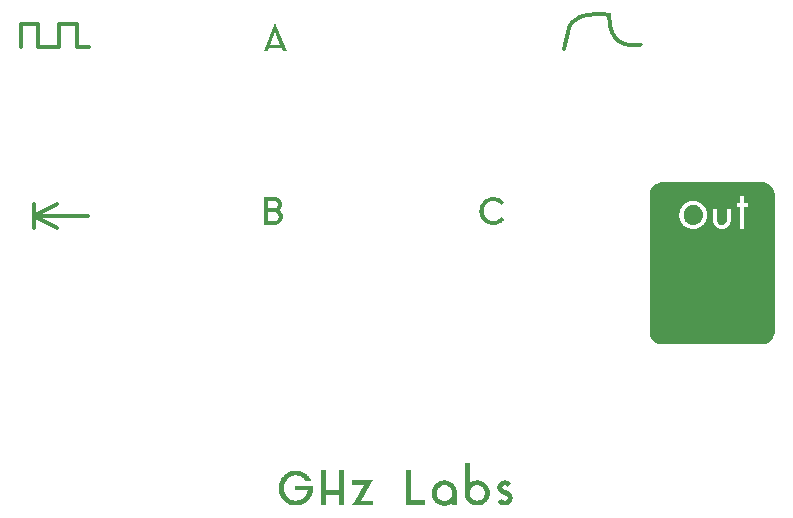
<source format=gto>
G04 Layer_Color=65535*
%FSAX44Y44*%
%MOMM*%
G71*
G01*
G75*
%ADD10C,0.3000*%
G36*
X01315702Y00907549D02*
X01311406D01*
Y00912772D01*
Y00916678D01*
X01299885D01*
Y00912772D01*
Y00907549D01*
X01295589D01*
Y00937035D01*
X01299885D01*
Y00931909D01*
Y00924342D01*
Y00920535D01*
Y00920486D01*
X01311406D01*
Y00920535D01*
Y00924342D01*
Y00931909D01*
Y00937035D01*
X01315702D01*
Y00907549D01*
D02*
G37*
G36*
X01256987Y01168580D02*
X01257299Y01168541D01*
X01257689Y01168502D01*
X01258080Y01168424D01*
X01258509Y01168268D01*
X01258939Y01168112D01*
X01258978Y01168073D01*
X01259134Y01168034D01*
X01259368Y01167916D01*
X01259641Y01167760D01*
X01259954Y01167565D01*
X01260305Y01167292D01*
X01260617Y01167018D01*
X01260969Y01166706D01*
X01261008Y01166667D01*
X01261125Y01166550D01*
X01261281Y01166355D01*
X01261476Y01166121D01*
X01261711Y01165847D01*
X01261945Y01165496D01*
X01262179Y01165106D01*
X01262374Y01164676D01*
X01262413Y01164637D01*
X01262452Y01164481D01*
X01262530Y01164247D01*
X01262647Y01163934D01*
X01262726Y01163583D01*
X01262804Y01163154D01*
X01262843Y01162724D01*
X01262882Y01162216D01*
Y01162178D01*
Y01162060D01*
Y01161904D01*
X01262843Y01161709D01*
X01262804Y01161241D01*
X01262647Y01160694D01*
Y01160655D01*
X01262608Y01160577D01*
X01262569Y01160460D01*
X01262491Y01160304D01*
X01262335Y01159874D01*
X01262101Y01159445D01*
Y01159406D01*
X01262023Y01159328D01*
X01261984Y01159249D01*
X01261867Y01159093D01*
X01261632Y01158742D01*
X01261320Y01158352D01*
Y01158313D01*
X01261242Y01158273D01*
X01261047Y01158078D01*
X01260773Y01157805D01*
X01260422Y01157493D01*
X01260500Y01157454D01*
X01260656Y01157337D01*
X01260930Y01157180D01*
X01261242Y01156907D01*
X01261632Y01156595D01*
X01262023Y01156204D01*
X01262374Y01155736D01*
X01262726Y01155228D01*
X01262765Y01155150D01*
X01262843Y01154994D01*
X01262999Y01154682D01*
X01263155Y01154292D01*
X01263311Y01153784D01*
X01263467Y01153237D01*
X01263545Y01152574D01*
X01263584Y01151910D01*
Y01151832D01*
Y01151676D01*
X01263545Y01151403D01*
X01263506Y01151051D01*
X01263428Y01150622D01*
X01263350Y01150192D01*
X01263194Y01149685D01*
X01262999Y01149216D01*
X01262960Y01149177D01*
X01262882Y01149021D01*
X01262765Y01148787D01*
X01262608Y01148475D01*
X01262413Y01148123D01*
X01262140Y01147772D01*
X01261867Y01147381D01*
X01261515Y01147030D01*
X01261476Y01146991D01*
X01261359Y01146874D01*
X01261164Y01146718D01*
X01260891Y01146484D01*
X01260578Y01146249D01*
X01260227Y01146015D01*
X01259798Y01145781D01*
X01259329Y01145547D01*
X01259290Y01145508D01*
X01259095Y01145469D01*
X01258861Y01145390D01*
X01258548Y01145273D01*
X01258119Y01145156D01*
X01257689Y01145078D01*
X01257182Y01145039D01*
X01256674Y01145000D01*
X01247500D01*
Y01168619D01*
X01256752D01*
X01256987Y01168580D01*
D02*
G37*
G36*
X01442415D02*
X01442727Y01168541D01*
X01443430Y01168463D01*
X01444250Y01168307D01*
X01445147Y01168073D01*
X01446084Y01167760D01*
X01447021Y01167331D01*
X01447060D01*
X01447139Y01167292D01*
X01447256Y01167214D01*
X01447451Y01167096D01*
X01447880Y01166823D01*
X01448466Y01166433D01*
X01449090Y01165925D01*
X01449754Y01165340D01*
X01450457Y01164637D01*
X01451082Y01163856D01*
X01448271Y01161748D01*
X01448232Y01161826D01*
X01448075Y01162021D01*
X01447841Y01162334D01*
X01447529Y01162685D01*
X01447099Y01163114D01*
X01446631Y01163544D01*
X01446084Y01163973D01*
X01445460Y01164364D01*
X01445382Y01164403D01*
X01445147Y01164520D01*
X01444796Y01164676D01*
X01444328Y01164871D01*
X01443781Y01165067D01*
X01443156Y01165223D01*
X01442415Y01165340D01*
X01441673Y01165379D01*
X01441400D01*
X01441048Y01165340D01*
X01440658Y01165301D01*
X01440150Y01165223D01*
X01439643Y01165067D01*
X01439057Y01164910D01*
X01438511Y01164676D01*
X01438433Y01164637D01*
X01438276Y01164559D01*
X01438003Y01164403D01*
X01437652Y01164208D01*
X01437261Y01163934D01*
X01436832Y01163622D01*
X01436402Y01163271D01*
X01435973Y01162841D01*
X01435934Y01162802D01*
X01435778Y01162646D01*
X01435583Y01162373D01*
X01435348Y01162060D01*
X01435075Y01161670D01*
X01434763Y01161201D01*
X01434490Y01160694D01*
X01434216Y01160108D01*
X01434177Y01160030D01*
X01434138Y01159835D01*
X01434021Y01159523D01*
X01433904Y01159132D01*
X01433787Y01158625D01*
X01433709Y01158078D01*
X01433631Y01157454D01*
X01433592Y01156790D01*
Y01156712D01*
Y01156478D01*
X01433631Y01156126D01*
X01433670Y01155697D01*
X01433748Y01155189D01*
X01433865Y01154604D01*
X01434021Y01154018D01*
X01434216Y01153433D01*
X01434255Y01153354D01*
X01434333Y01153159D01*
X01434490Y01152886D01*
X01434685Y01152535D01*
X01434919Y01152105D01*
X01435231Y01151637D01*
X01435583Y01151207D01*
X01435973Y01150739D01*
X01436012Y01150700D01*
X01436168Y01150544D01*
X01436402Y01150348D01*
X01436715Y01150075D01*
X01437066Y01149763D01*
X01437496Y01149490D01*
X01438003Y01149177D01*
X01438511Y01148904D01*
X01438589Y01148865D01*
X01438784Y01148787D01*
X01439057Y01148709D01*
X01439448Y01148592D01*
X01439955Y01148436D01*
X01440463Y01148357D01*
X01441048Y01148279D01*
X01441673Y01148240D01*
X01442024D01*
X01442415Y01148279D01*
X01442922Y01148357D01*
X01443508Y01148475D01*
X01444132Y01148670D01*
X01444796Y01148904D01*
X01445460Y01149216D01*
X01445499D01*
X01445538Y01149255D01*
X01445733Y01149411D01*
X01446045Y01149607D01*
X01446475Y01149919D01*
X01446904Y01150270D01*
X01447373Y01150739D01*
X01447841Y01151246D01*
X01448271Y01151832D01*
X01451082Y01149724D01*
Y01149685D01*
X01451003Y01149646D01*
X01450925Y01149529D01*
X01450808Y01149372D01*
X01450457Y01148982D01*
X01449988Y01148475D01*
X01449403Y01147928D01*
X01448700Y01147342D01*
X01447919Y01146757D01*
X01447021Y01146249D01*
X01446982D01*
X01446904Y01146210D01*
X01446787Y01146132D01*
X01446592Y01146054D01*
X01446358Y01145976D01*
X01446084Y01145859D01*
X01445811Y01145742D01*
X01445460Y01145625D01*
X01444640Y01145390D01*
X01443742Y01145195D01*
X01442727Y01145039D01*
X01441673Y01145000D01*
X01441243D01*
X01441048Y01145039D01*
X01440814D01*
X01440189Y01145117D01*
X01439487Y01145234D01*
X01438745Y01145390D01*
X01437925Y01145586D01*
X01437105Y01145898D01*
X01437066D01*
X01437027Y01145937D01*
X01436910Y01146015D01*
X01436754Y01146054D01*
X01436364Y01146288D01*
X01435856Y01146562D01*
X01435270Y01146913D01*
X01434646Y01147381D01*
X01434021Y01147850D01*
X01433396Y01148436D01*
X01433318Y01148514D01*
X01433123Y01148709D01*
X01432850Y01149060D01*
X01432498Y01149490D01*
X01432108Y01150036D01*
X01431679Y01150700D01*
X01431288Y01151403D01*
X01430898Y01152183D01*
Y01152222D01*
X01430859Y01152300D01*
X01430820Y01152418D01*
X01430742Y01152574D01*
X01430703Y01152769D01*
X01430625Y01153003D01*
X01430468Y01153550D01*
X01430273Y01154252D01*
X01430156Y01155033D01*
X01430039Y01155892D01*
X01430000Y01156790D01*
Y01156829D01*
Y01156907D01*
Y01157024D01*
Y01157219D01*
X01430039Y01157415D01*
Y01157688D01*
X01430117Y01158273D01*
X01430234Y01159015D01*
X01430390Y01159757D01*
X01430586Y01160577D01*
X01430898Y01161397D01*
Y01161436D01*
X01430937Y01161475D01*
X01431015Y01161592D01*
X01431054Y01161748D01*
X01431288Y01162178D01*
X01431562Y01162685D01*
X01431913Y01163271D01*
X01432342Y01163895D01*
X01432850Y01164520D01*
X01433396Y01165145D01*
X01433474Y01165223D01*
X01433670Y01165418D01*
X01434021Y01165691D01*
X01434451Y01166081D01*
X01434997Y01166472D01*
X01435622Y01166901D01*
X01436324Y01167292D01*
X01437105Y01167682D01*
X01437144D01*
X01437222Y01167721D01*
X01437339Y01167760D01*
X01437496Y01167838D01*
X01437691Y01167916D01*
X01437925Y01167994D01*
X01438472Y01168151D01*
X01439174Y01168307D01*
X01439955Y01168463D01*
X01440775Y01168580D01*
X01441673Y01168619D01*
X01442180D01*
X01442415Y01168580D01*
D02*
G37*
G36*
X01452004Y00928639D02*
X01452346D01*
X01452737Y00928541D01*
X01453225Y00928443D01*
X01453713Y00928297D01*
X01454250Y00928053D01*
X01454787Y00927809D01*
X01454836Y00927760D01*
X01455031Y00927662D01*
X01455275Y00927516D01*
X01455617Y00927272D01*
X01455959Y00926979D01*
X01456349Y00926637D01*
X01456691Y00926198D01*
X01457033Y00925758D01*
X01453615Y00923415D01*
X01453566Y00923513D01*
X01453420Y00923659D01*
X01453176Y00923952D01*
X01452834Y00924196D01*
X01452737Y00924245D01*
X01452493Y00924391D01*
X01452102Y00924489D01*
X01451614Y00924538D01*
X01451272D01*
X01451077Y00924489D01*
X01450540Y00924342D01*
X01450003Y00924050D01*
X01449954D01*
X01449905Y00923952D01*
X01449710Y00923757D01*
X01449466Y00923366D01*
X01449417Y00923122D01*
X01449368Y00922878D01*
Y00922829D01*
Y00922780D01*
Y00922683D01*
Y00922634D01*
Y00922585D01*
X01449466Y00922390D01*
X01449563Y00922097D01*
X01449759Y00921853D01*
X01449807Y00921804D01*
X01450003Y00921657D01*
X01450247Y00921462D01*
X01450589Y00921316D01*
X01450637D01*
X01450735Y00921218D01*
X01450882Y00921169D01*
X01451126Y00921023D01*
X01451663Y00920730D01*
X01452346Y00920388D01*
X01452395D01*
X01452493Y00920291D01*
X01452688Y00920242D01*
X01452981Y00920095D01*
X01453615Y00919802D01*
X01454348Y00919412D01*
X01454397D01*
X01454494Y00919363D01*
X01454641Y00919265D01*
X01454787Y00919168D01*
X01455275Y00918875D01*
X01455812Y00918484D01*
X01456008Y00918240D01*
X01456056Y00918191D01*
X01456252Y00917996D01*
X01456544Y00917703D01*
X01456886Y00917313D01*
X01456935Y00917264D01*
X01456984Y00917166D01*
X01457081Y00917020D01*
X01457228Y00916776D01*
X01457521Y00916190D01*
X01457765Y00915506D01*
Y00915458D01*
X01457814Y00915360D01*
X01457863Y00915164D01*
X01457911Y00914920D01*
X01458058Y00914286D01*
Y00913553D01*
Y00913505D01*
Y00913309D01*
X01458009Y00913065D01*
X01457960Y00912772D01*
X01457863Y00912382D01*
X01457765Y00911943D01*
X01457619Y00911503D01*
X01457423Y00911064D01*
Y00911015D01*
X01457326Y00910869D01*
X01457228Y00910673D01*
X01457033Y00910380D01*
X01456593Y00909746D01*
X01455959Y00909111D01*
X01455910Y00909062D01*
X01455812Y00908965D01*
X01455617Y00908818D01*
X01455324Y00908623D01*
X01455031Y00908428D01*
X01454641Y00908232D01*
X01453762Y00907842D01*
X01453713D01*
X01453566Y00907793D01*
X01453322Y00907695D01*
X01452981Y00907646D01*
X01452590Y00907549D01*
X01452151Y00907451D01*
X01451174Y00907402D01*
X01451077D01*
X01450833Y00907451D01*
X01450491Y00907500D01*
X01450003Y00907549D01*
X01449466Y00907695D01*
X01448880Y00907842D01*
X01448245Y00908086D01*
X01447659Y00908379D01*
X01447611Y00908428D01*
X01447415Y00908525D01*
X01447122Y00908769D01*
X01446781Y00909013D01*
X01446439Y00909404D01*
X01446048Y00909794D01*
X01445658Y00910283D01*
X01445316Y00910820D01*
X01448782Y00913261D01*
Y00913212D01*
X01448831Y00913163D01*
X01448978Y00912821D01*
X01449222Y00912431D01*
X01449661Y00912040D01*
X01449710D01*
X01449807Y00911943D01*
X01449905Y00911894D01*
X01450100Y00911796D01*
X01450637Y00911650D01*
X01451272Y00911552D01*
X01451663D01*
X01451907Y00911601D01*
X01452493Y00911747D01*
X01452834Y00911894D01*
X01453127Y00912089D01*
X01453176Y00912138D01*
X01453274Y00912187D01*
X01453371Y00912333D01*
X01453518Y00912528D01*
X01453811Y00913017D01*
X01453859Y00913309D01*
X01453908Y00913651D01*
Y00913700D01*
Y00913798D01*
Y00913944D01*
X01453859Y00914090D01*
Y00914139D01*
Y00914188D01*
X01453811Y00914286D01*
Y00914335D01*
Y00914432D01*
Y00914481D01*
X01453762Y00914530D01*
X01453566Y00914823D01*
X01453225Y00915213D01*
X01452737Y00915555D01*
X01452639Y00915604D01*
X01452541Y00915653D01*
X01452395Y00915702D01*
Y00915750D01*
X01452297Y00915799D01*
X01452053Y00915946D01*
X01451663Y00916141D01*
X01451174Y00916385D01*
X01451126D01*
X01451077Y00916434D01*
X01450930Y00916483D01*
X01450735Y00916580D01*
X01450296Y00916776D01*
X01449759Y00917020D01*
X01449710D01*
X01449661Y00917068D01*
X01449319Y00917264D01*
X01448880Y00917459D01*
X01448392Y00917752D01*
X01448343D01*
X01448294Y00917801D01*
X01447952Y00917996D01*
X01447562Y00918289D01*
X01447074Y00918680D01*
Y00918728D01*
X01446976Y00918826D01*
X01446927Y00918875D01*
X01446830Y00918972D01*
X01446683Y00919168D01*
X01446488Y00919363D01*
X01446048Y00919949D01*
X01445658Y00920681D01*
Y00920730D01*
X01445560Y00920876D01*
X01445511Y00921072D01*
X01445414Y00921365D01*
X01445316Y00921706D01*
X01445267Y00922097D01*
X01445219Y00922536D01*
Y00922975D01*
Y00923024D01*
Y00923171D01*
X01445267Y00923415D01*
Y00923708D01*
X01445463Y00924440D01*
X01445560Y00924831D01*
X01445755Y00925221D01*
X01445804Y00925270D01*
X01445853Y00925416D01*
X01445951Y00925612D01*
X01446146Y00925856D01*
X01446537Y00926442D01*
X01447122Y00927028D01*
X01447171Y00927076D01*
X01447269Y00927174D01*
X01447464Y00927320D01*
X01447708Y00927467D01*
X01448001Y00927662D01*
X01448343Y00927857D01*
X01449173Y00928248D01*
X01449222D01*
X01449368Y00928297D01*
X01449612Y00928394D01*
X01449954Y00928492D01*
X01450296Y00928541D01*
X01450735Y00928639D01*
X01451711Y00928687D01*
X01451809D01*
X01452004Y00928639D01*
D02*
G37*
G36*
X01275476Y00936986D02*
X01276061Y00936938D01*
X01276696Y00936889D01*
X01277428Y00936742D01*
X01278209Y00936596D01*
X01278990Y00936352D01*
X01279039D01*
X01279088Y00936303D01*
X01279332Y00936205D01*
X01279723Y00936059D01*
X01280260Y00935864D01*
X01280846Y00935571D01*
X01281480Y00935278D01*
X01282164Y00934887D01*
X01282798Y00934448D01*
X01282896Y00934399D01*
X01283091Y00934253D01*
X01283433Y00934009D01*
X01283824Y00933667D01*
X01284312Y00933227D01*
X01284849Y00932739D01*
X01285386Y00932202D01*
X01285874Y00931568D01*
X01285923Y00931470D01*
X01286118Y00931275D01*
X01286362Y00930933D01*
X01286655Y00930494D01*
X01287046Y00929957D01*
X01287387Y00929322D01*
X01287778Y00928687D01*
X01288120Y00927955D01*
X01283140D01*
Y00928004D01*
X01283091Y00928053D01*
X01282896Y00928346D01*
X01282603Y00928736D01*
X01282213Y00929273D01*
X01281676Y00929810D01*
X01281090Y00930445D01*
X01280357Y00931031D01*
X01279576Y00931568D01*
X01279479Y00931617D01*
X01279186Y00931812D01*
X01278746Y00932007D01*
X01278112Y00932300D01*
X01277380Y00932544D01*
X01276550Y00932788D01*
X01275622Y00932935D01*
X01274646Y00932983D01*
X01274304D01*
X01273865Y00932935D01*
X01273376Y00932886D01*
X01272742Y00932788D01*
X01272107Y00932593D01*
X01271375Y00932398D01*
X01270691Y00932105D01*
X01270594Y00932056D01*
X01270398Y00931958D01*
X01270057Y00931763D01*
X01269617Y00931519D01*
X01269080Y00931177D01*
X01268543Y00930787D01*
X01268006Y00930347D01*
X01267469Y00929810D01*
X01267421Y00929761D01*
X01267225Y00929566D01*
X01266981Y00929224D01*
X01266688Y00928834D01*
X01266346Y00928346D01*
X01265956Y00927760D01*
X01265614Y00927125D01*
X01265272Y00926393D01*
X01265224Y00926295D01*
X01265175Y00926051D01*
X01265028Y00925661D01*
X01264882Y00925172D01*
X01264735Y00924538D01*
X01264638Y00923854D01*
X01264540Y00923073D01*
X01264491Y00922243D01*
Y00922146D01*
Y00921853D01*
X01264540Y00921413D01*
X01264589Y00920876D01*
X01264687Y00920242D01*
X01264833Y00919509D01*
X01265028Y00918777D01*
X01265272Y00918045D01*
X01265321Y00917947D01*
X01265419Y00917703D01*
X01265614Y00917361D01*
X01265858Y00916922D01*
X01266151Y00916385D01*
X01266542Y00915799D01*
X01266981Y00915262D01*
X01267469Y00914676D01*
X01267518Y00914628D01*
X01267713Y00914432D01*
X01268006Y00914188D01*
X01268397Y00913846D01*
X01268836Y00913456D01*
X01269422Y00913114D01*
X01270008Y00912724D01*
X01270691Y00912382D01*
X01270789Y00912333D01*
X01271033Y00912235D01*
X01271375Y00912138D01*
X01271863Y00911991D01*
X01272498Y00911796D01*
X01273132Y00911698D01*
X01273865Y00911601D01*
X01274646Y00911552D01*
X01274939D01*
X01275329Y00911601D01*
X01275769Y00911650D01*
X01276305Y00911698D01*
X01276891Y00911845D01*
X01277477Y00911991D01*
X01278112Y00912187D01*
X01278209Y00912235D01*
X01278405Y00912284D01*
X01278698Y00912431D01*
X01279088Y00912626D01*
X01279576Y00912919D01*
X01280065Y00913212D01*
X01280553Y00913553D01*
X01281041Y00913944D01*
X01281090Y00913993D01*
X01281285Y00914139D01*
X01281529Y00914383D01*
X01281822Y00914725D01*
X01282164Y00915116D01*
X01282505Y00915604D01*
X01282896Y00916092D01*
X01283238Y00916678D01*
X01283287Y00916727D01*
X01283384Y00916971D01*
X01283531Y00917264D01*
X01283775Y00917703D01*
X01283970Y00918191D01*
X01284165Y00918777D01*
X01284409Y00919412D01*
X01284556Y00920095D01*
X01274206D01*
Y00923903D01*
X01289145D01*
Y00923805D01*
X01289194Y00923610D01*
Y00923317D01*
Y00923024D01*
Y00922975D01*
X01289243Y00922780D01*
Y00922487D01*
Y00922194D01*
Y00922097D01*
Y00921853D01*
Y00921511D01*
X01289194Y00921120D01*
Y00921023D01*
X01289145Y00920779D01*
X01289096Y00920486D01*
X01289047Y00920095D01*
Y00920046D01*
Y00919998D01*
X01288998Y00919851D01*
Y00919656D01*
X01288852Y00919119D01*
X01288705Y00918484D01*
X01288510Y00917703D01*
X01288217Y00916824D01*
X01287876Y00915946D01*
X01287436Y00915067D01*
Y00915018D01*
X01287387Y00914969D01*
X01287192Y00914676D01*
X01286948Y00914237D01*
X01286557Y00913700D01*
X01286069Y00913065D01*
X01285532Y00912431D01*
X01284898Y00911747D01*
X01284214Y00911064D01*
X01284117Y00911015D01*
X01283872Y00910771D01*
X01283482Y00910478D01*
X01282945Y00910136D01*
X01282310Y00909697D01*
X01281578Y00909258D01*
X01280748Y00908818D01*
X01279869Y00908428D01*
X01279820D01*
X01279772Y00908379D01*
X01279625Y00908330D01*
X01279430Y00908281D01*
X01278942Y00908135D01*
X01278307Y00907988D01*
X01277526Y00907793D01*
X01276647Y00907646D01*
X01275671Y00907549D01*
X01274646Y00907500D01*
X01274109D01*
X01273865Y00907549D01*
X01273572D01*
X01272791Y00907646D01*
X01271912Y00907793D01*
X01270984Y00907988D01*
X01269959Y00908232D01*
X01268934Y00908623D01*
X01268885D01*
X01268836Y00908672D01*
X01268690Y00908769D01*
X01268494Y00908818D01*
X01267958Y00909111D01*
X01267323Y00909453D01*
X01266590Y00909892D01*
X01265809Y00910478D01*
X01265028Y00911064D01*
X01264247Y00911796D01*
X01264150Y00911894D01*
X01263905Y00912138D01*
X01263564Y00912577D01*
X01263124Y00913114D01*
X01262636Y00913798D01*
X01262099Y00914628D01*
X01261611Y00915506D01*
X01261123Y00916483D01*
Y00916532D01*
X01261074Y00916629D01*
X01261025Y00916776D01*
X01260928Y00916971D01*
X01260879Y00917215D01*
X01260781Y00917508D01*
X01260586Y00918191D01*
X01260342Y00919070D01*
X01260195Y00920046D01*
X01260049Y00921120D01*
X01260000Y00922243D01*
Y00922292D01*
Y00922390D01*
Y00922536D01*
Y00922780D01*
X01260049Y00923024D01*
Y00923366D01*
X01260146Y00924098D01*
X01260293Y00925026D01*
X01260488Y00925954D01*
X01260732Y00926979D01*
X01261123Y00928004D01*
Y00928053D01*
X01261172Y00928102D01*
X01261269Y00928248D01*
X01261318Y00928443D01*
X01261611Y00928980D01*
X01261953Y00929615D01*
X01262392Y00930347D01*
X01262929Y00931128D01*
X01263564Y00931909D01*
X01264247Y00932691D01*
X01264345Y00932788D01*
X01264589Y00933032D01*
X01265028Y00933374D01*
X01265565Y00933862D01*
X01266249Y00934350D01*
X01267079Y00934887D01*
X01267958Y00935376D01*
X01268934Y00935864D01*
X01268983D01*
X01269080Y00935912D01*
X01269227Y00935961D01*
X01269422Y00936059D01*
X01269666Y00936157D01*
X01269959Y00936254D01*
X01270642Y00936450D01*
X01271521Y00936645D01*
X01272498Y00936840D01*
X01273523Y00936986D01*
X01274646Y00937035D01*
X01275036D01*
X01275476Y00936986D01*
D02*
G37*
G36*
X01266786Y01292539D02*
X01263272D01*
X01262569Y01294413D01*
X01251755D01*
X01251014Y01292539D01*
X01247500D01*
X01257143Y01316158D01*
X01266786Y01292539D01*
D02*
G37*
G36*
X01340014Y00928736D02*
X01337427Y00924587D01*
X01329469Y00911601D01*
X01340014D01*
Y00907451D01*
X01322097D01*
X01324636Y00911552D01*
X01332594Y00924587D01*
X01322097D01*
Y00928785D01*
X01340014D01*
Y00928736D01*
D02*
G37*
G36*
X01371746Y00911698D02*
X01383756D01*
Y00907451D01*
X01367450D01*
Y00937035D01*
X01371746D01*
Y00911698D01*
D02*
G37*
G36*
X01669417Y01180997D02*
X01669417D01*
X01669417Y01180997D01*
Y01180997D01*
D02*
G37*
G36*
X01584750Y01180997D02*
X01584750Y01130325D01*
Y01180973D01*
X01669417D01*
Y01180997D01*
X01670459Y01180997D01*
X01670579Y01180973D01*
X01671668D01*
Y01180757D01*
X01672504Y01180590D01*
X01674430Y01179793D01*
X01676163Y01178634D01*
X01677637Y01177160D01*
X01678795Y01175427D01*
X01679593Y01173501D01*
X01680000Y01171456D01*
X01680000Y01170414D01*
X01680000Y01054586D01*
X01680000Y01054586D01*
X01680000Y01053544D01*
X01679593Y01051499D01*
X01678795Y01049573D01*
X01677637Y01047840D01*
X01676163Y01046366D01*
X01674430Y01045207D01*
X01672504Y01044410D01*
X01670459Y01044003D01*
X01584750D01*
X01584750Y01044003D01*
X01583708Y01044003D01*
X01581663Y01044410D01*
X01579737Y01045207D01*
X01578004Y01046366D01*
X01576529Y01047840D01*
X01575371Y01049573D01*
X01574573Y01051499D01*
X01574167Y01053544D01*
X01574167Y01054586D01*
X01574167Y01170414D01*
D01*
Y01170414D01*
Y01170414D01*
X01574167Y01171456D01*
X01574573Y01173501D01*
X01575371Y01175427D01*
X01576529Y01177160D01*
X01578004Y01178634D01*
X01579737Y01179793D01*
X01581663Y01180590D01*
X01583708Y01180997D01*
X01584750Y01180997D01*
D02*
G37*
G36*
X01401135Y00928687D02*
X01401721Y00928639D01*
X01402356Y00928541D01*
X01403039Y00928346D01*
X01403771Y00928150D01*
X01404504Y00927857D01*
X01404601Y00927809D01*
X01404845Y00927711D01*
X01405187Y00927516D01*
X01405675Y00927272D01*
X01406212Y00926930D01*
X01406749Y00926539D01*
X01407335Y00926100D01*
X01407921Y00925563D01*
X01407970Y00925514D01*
X01408165Y00925319D01*
X01408409Y00924977D01*
X01408751Y00924587D01*
X01409141Y00924098D01*
X01409532Y00923513D01*
X01409874Y00922878D01*
X01410215Y00922146D01*
X01410264Y00922048D01*
X01410362Y00921804D01*
X01410508Y00921413D01*
X01410655Y00920876D01*
X01410801Y00920242D01*
X01410948Y00919558D01*
X01411045Y00918777D01*
X01411094Y00917947D01*
Y00907549D01*
X01406945D01*
Y00909453D01*
X01406896Y00909404D01*
X01406700Y00909306D01*
X01406408Y00909111D01*
X01406017Y00908867D01*
X01405578Y00908623D01*
X01405041Y00908330D01*
X01404504Y00908086D01*
X01403869Y00907842D01*
X01403820D01*
X01403576Y00907744D01*
X01403283Y00907646D01*
X01402844Y00907549D01*
X01402307Y00907451D01*
X01401721Y00907354D01*
X01401037Y00907305D01*
X01400354Y00907256D01*
X01399964D01*
X01399573Y00907305D01*
X01399036Y00907354D01*
X01398401Y00907451D01*
X01397669Y00907598D01*
X01396937Y00907793D01*
X01396204Y00908086D01*
X01396107Y00908135D01*
X01395863Y00908232D01*
X01395521Y00908428D01*
X01395033Y00908672D01*
X01394496Y00909013D01*
X01393959Y00909404D01*
X01393373Y00909843D01*
X01392787Y00910380D01*
X01392738Y00910429D01*
X01392543Y00910624D01*
X01392299Y00910966D01*
X01391957Y00911357D01*
X01391567Y00911845D01*
X01391225Y00912431D01*
X01390834Y00913114D01*
X01390493Y00913798D01*
X01390444Y00913895D01*
X01390346Y00914139D01*
X01390249Y00914530D01*
X01390102Y00915067D01*
X01389907Y00915653D01*
X01389809Y00916385D01*
X01389711Y00917117D01*
X01389663Y00917947D01*
Y00917996D01*
Y00918045D01*
Y00918338D01*
X01389711Y00918728D01*
X01389760Y00919314D01*
X01389858Y00919949D01*
X01390004Y00920632D01*
X01390200Y00921365D01*
X01390493Y00922097D01*
X01390542Y00922194D01*
X01390639Y00922439D01*
X01390834Y00922829D01*
X01391078Y00923269D01*
X01391420Y00923805D01*
X01391811Y00924391D01*
X01392250Y00924977D01*
X01392738Y00925563D01*
X01392787Y00925612D01*
X01392982Y00925807D01*
X01393324Y00926051D01*
X01393715Y00926393D01*
X01394203Y00926783D01*
X01394789Y00927174D01*
X01395472Y00927516D01*
X01396156Y00927857D01*
X01396253Y00927906D01*
X01396497Y00928004D01*
X01396888Y00928150D01*
X01397425Y00928297D01*
X01398060Y00928443D01*
X01398743Y00928590D01*
X01399524Y00928687D01*
X01400354Y00928736D01*
X01400745D01*
X01401135Y00928687D01*
D02*
G37*
G36*
X01421590Y00926490D02*
X01421639Y00926539D01*
X01421834Y00926686D01*
X01422127Y00926881D01*
X01422469Y00927125D01*
X01422908Y00927369D01*
X01423445Y00927662D01*
X01424031Y00927906D01*
X01424617Y00928150D01*
X01424715Y00928199D01*
X01424910Y00928248D01*
X01425252Y00928346D01*
X01425691Y00928443D01*
X01426228Y00928541D01*
X01426814Y00928639D01*
X01427448Y00928736D01*
X01428522D01*
X01428913Y00928687D01*
X01429450Y00928639D01*
X01430085Y00928541D01*
X01430768Y00928394D01*
X01431500Y00928199D01*
X01432233Y00927906D01*
X01432330Y00927857D01*
X01432574Y00927760D01*
X01432916Y00927564D01*
X01433404Y00927320D01*
X01433941Y00926979D01*
X01434478Y00926588D01*
X01435064Y00926149D01*
X01435650Y00925612D01*
X01435699Y00925563D01*
X01435894Y00925368D01*
X01436138Y00925026D01*
X01436480Y00924635D01*
X01436871Y00924147D01*
X01437261Y00923561D01*
X01437603Y00922927D01*
X01437944Y00922194D01*
X01437993Y00922097D01*
X01438091Y00921853D01*
X01438189Y00921462D01*
X01438384Y00920974D01*
X01438530Y00920339D01*
X01438628Y00919656D01*
X01438726Y00918924D01*
X01438774Y00918094D01*
Y00917996D01*
Y00917703D01*
X01438726Y00917264D01*
X01438677Y00916727D01*
X01438579Y00916092D01*
X01438433Y00915360D01*
X01438237Y00914628D01*
X01437944Y00913895D01*
X01437896Y00913798D01*
X01437798Y00913553D01*
X01437603Y00913212D01*
X01437359Y00912772D01*
X01437017Y00912235D01*
X01436626Y00911650D01*
X01436187Y00911113D01*
X01435650Y00910527D01*
X01435601Y00910478D01*
X01435406Y00910283D01*
X01435064Y00910039D01*
X01434674Y00909697D01*
X01434185Y00909306D01*
X01433600Y00908965D01*
X01432965Y00908574D01*
X01432233Y00908232D01*
X01432135Y00908184D01*
X01431891Y00908135D01*
X01431500Y00907988D01*
X01431012Y00907842D01*
X01430378Y00907695D01*
X01429694Y00907598D01*
X01428962Y00907500D01*
X01428132Y00907451D01*
X01427741D01*
X01427302Y00907500D01*
X01426765Y00907549D01*
X01426130Y00907646D01*
X01425398Y00907793D01*
X01424666Y00907988D01*
X01423934Y00908232D01*
X01423836Y00908281D01*
X01423592Y00908379D01*
X01423250Y00908574D01*
X01422811Y00908818D01*
X01422274Y00909160D01*
X01421688Y00909550D01*
X01421151Y00909990D01*
X01420565Y00910527D01*
X01420516Y00910576D01*
X01420321Y00910771D01*
X01420077Y00911113D01*
X01419735Y00911503D01*
X01419345Y00911991D01*
X01419003Y00912577D01*
X01418612Y00913212D01*
X01418271Y00913895D01*
X01418222Y00913993D01*
X01418173Y00914237D01*
X01418026Y00914628D01*
X01417880Y00915164D01*
X01417733Y00915799D01*
X01417636Y00916483D01*
X01417538Y00917264D01*
X01417489Y00918094D01*
Y00942991D01*
X01421639D01*
X01421590Y00926490D01*
D02*
G37*
%LPC*%
G36*
X01256089Y01155814D02*
X01250936D01*
Y01148045D01*
X01256362D01*
X01256557Y01148084D01*
X01257065Y01148162D01*
X01257572Y01148357D01*
X01257611D01*
X01257689Y01148397D01*
X01257846Y01148475D01*
X01258002Y01148592D01*
X01258431Y01148826D01*
X01258821Y01149177D01*
X01258861Y01149216D01*
X01258900Y01149294D01*
X01259017Y01149372D01*
X01259134Y01149529D01*
X01259407Y01149919D01*
X01259680Y01150426D01*
Y01150466D01*
X01259719Y01150544D01*
X01259798Y01150700D01*
X01259837Y01150895D01*
X01259954Y01151364D01*
X01259993Y01151910D01*
Y01151949D01*
Y01152066D01*
Y01152222D01*
X01259954Y01152418D01*
X01259876Y01152886D01*
X01259680Y01153433D01*
Y01153472D01*
X01259641Y01153550D01*
X01259563Y01153667D01*
X01259446Y01153862D01*
X01259173Y01154252D01*
X01258821Y01154643D01*
X01258783Y01154682D01*
X01258744Y01154721D01*
X01258626Y01154838D01*
X01258470Y01154955D01*
X01258080Y01155228D01*
X01257572Y01155502D01*
X01257533D01*
X01257455Y01155541D01*
X01257299Y01155619D01*
X01257143Y01155658D01*
X01256635Y01155775D01*
X01256089Y01155814D01*
D02*
G37*
G36*
X01255933Y01165574D02*
X01250936D01*
Y01158859D01*
X01256206D01*
X01256362Y01158898D01*
X01256792Y01158976D01*
X01257221Y01159093D01*
X01257260D01*
X01257338Y01159132D01*
X01257455Y01159211D01*
X01257572Y01159289D01*
X01257924Y01159523D01*
X01258275Y01159835D01*
X01258314Y01159874D01*
X01258353Y01159913D01*
X01258548Y01160147D01*
X01258783Y01160460D01*
X01259017Y01160889D01*
Y01160928D01*
X01259056Y01161006D01*
X01259095Y01161123D01*
X01259173Y01161280D01*
X01259251Y01161709D01*
X01259290Y01162178D01*
Y01162256D01*
Y01162412D01*
X01259251Y01162685D01*
X01259173Y01163036D01*
X01259056Y01163388D01*
X01258861Y01163817D01*
X01258626Y01164208D01*
X01258314Y01164598D01*
X01258275Y01164637D01*
X01258158Y01164754D01*
X01257924Y01164910D01*
X01257650Y01165106D01*
X01257299Y01165262D01*
X01256909Y01165418D01*
X01256440Y01165535D01*
X01255933Y01165574D01*
D02*
G37*
G36*
X01257143Y01308233D02*
X01252926Y01297419D01*
X01261359D01*
X01257143Y01308233D01*
D02*
G37*
G36*
X01611403Y01165390D02*
X01610973D01*
X01610075Y01165351D01*
X01609216Y01165234D01*
X01608436Y01165077D01*
X01607733Y01164921D01*
X01607186Y01164765D01*
X01606952Y01164687D01*
X01606757Y01164609D01*
X01606601Y01164531D01*
X01606484Y01164492D01*
X01606405Y01164453D01*
X01606366D01*
X01605586Y01164062D01*
X01604883Y01163672D01*
X01604219Y01163243D01*
X01603673Y01162813D01*
X01603243Y01162462D01*
X01602892Y01162149D01*
X01602697Y01161954D01*
X01602619Y01161876D01*
X01602033Y01161252D01*
X01601564Y01160627D01*
X01601096Y01159963D01*
X01600745Y01159378D01*
X01600471Y01158870D01*
X01600237Y01158441D01*
X01600198Y01158285D01*
X01600120Y01158206D01*
X01600081Y01158128D01*
Y01158089D01*
X01599769Y01157270D01*
X01599574Y01156450D01*
X01599417Y01155669D01*
X01599300Y01154966D01*
X01599222Y01154342D01*
Y01154068D01*
X01599183Y01153873D01*
Y01153678D01*
Y01153561D01*
Y01153483D01*
Y01153444D01*
X01599222Y01152546D01*
X01599339Y01151687D01*
X01599456Y01150906D01*
X01599652Y01150203D01*
X01599808Y01149618D01*
X01599886Y01149383D01*
X01599925Y01149188D01*
X01600003Y01149032D01*
X01600042Y01148915D01*
X01600081Y01148837D01*
Y01148798D01*
X01600471Y01148017D01*
X01600862Y01147314D01*
X01601291Y01146651D01*
X01601721Y01146104D01*
X01602072Y01145636D01*
X01602345Y01145284D01*
X01602540Y01145089D01*
X01602619Y01145011D01*
X01603243Y01144425D01*
X01603868Y01143957D01*
X01604492Y01143488D01*
X01605078Y01143137D01*
X01605586Y01142864D01*
X01606015Y01142629D01*
X01606171Y01142590D01*
X01606288Y01142512D01*
X01606327Y01142473D01*
X01606366D01*
X01607186Y01142161D01*
X01608006Y01141966D01*
X01608787Y01141810D01*
X01609490Y01141693D01*
X01610075Y01141615D01*
X01610349D01*
X01610544Y01141575D01*
X01610973D01*
X01611871Y01141615D01*
X01612691Y01141732D01*
X01613472Y01141849D01*
X01614174Y01142044D01*
X01614721Y01142200D01*
X01614955Y01142278D01*
X01615150Y01142317D01*
X01615346Y01142395D01*
X01615463Y01142434D01*
X01615502Y01142473D01*
X01615541D01*
X01616322Y01142864D01*
X01617063Y01143254D01*
X01617688Y01143684D01*
X01618274Y01144113D01*
X01618703Y01144464D01*
X01619054Y01144738D01*
X01619250Y01144933D01*
X01619328Y01145011D01*
X01619913Y01145636D01*
X01620382Y01146299D01*
X01620850Y01146924D01*
X01621202Y01147510D01*
X01621475Y01148017D01*
X01621709Y01148447D01*
X01621787Y01148603D01*
X01621826Y01148720D01*
X01621865Y01148759D01*
Y01148798D01*
X01622178Y01149618D01*
X01622412Y01150437D01*
X01622568Y01151218D01*
X01622685Y01151960D01*
X01622763Y01152546D01*
Y01152819D01*
X01622802Y01153014D01*
Y01153209D01*
Y01153326D01*
Y01153404D01*
Y01153444D01*
X01622763Y01154342D01*
X01622646Y01155200D01*
X01622490Y01155981D01*
X01622334Y01156684D01*
X01622178Y01157270D01*
X01622099Y01157504D01*
X01622021Y01157699D01*
X01621943Y01157855D01*
X01621904Y01158011D01*
X01621865Y01158050D01*
Y01158089D01*
X01621475Y01158870D01*
X01621084Y01159612D01*
X01620655Y01160237D01*
X01620265Y01160822D01*
X01619874Y01161252D01*
X01619601Y01161603D01*
X01619406Y01161798D01*
X01619328Y01161876D01*
X01618703Y01162462D01*
X01618078Y01162969D01*
X01617415Y01163399D01*
X01616829Y01163789D01*
X01616322Y01164062D01*
X01615892Y01164297D01*
X01615736Y01164375D01*
X01615658Y01164414D01*
X01615580Y01164453D01*
X01615541D01*
X01614721Y01164765D01*
X01613940Y01164999D01*
X01613159Y01165155D01*
X01612457Y01165273D01*
X01611871Y01165351D01*
X01611598D01*
X01611403Y01165390D01*
D02*
G37*
G36*
X01654151Y01169723D02*
X01650833D01*
Y01163360D01*
X01647670D01*
Y01160041D01*
X01650833D01*
Y01141615D01*
X01654151D01*
Y01160041D01*
X01657235D01*
Y01163360D01*
X01654151D01*
Y01169723D01*
D02*
G37*
G36*
X01642634Y01158597D02*
X01639316D01*
Y01155083D01*
Y01148954D01*
X01639277Y01148329D01*
X01639199Y01148056D01*
X01639160Y01147822D01*
X01639082Y01147627D01*
X01639004Y01147470D01*
X01638965Y01147392D01*
Y01147353D01*
X01638691Y01146846D01*
X01638418Y01146416D01*
X01638262Y01146260D01*
X01638184Y01146182D01*
X01638106Y01146104D01*
X01638067Y01146065D01*
X01637637Y01145714D01*
X01637208Y01145440D01*
X01637052Y01145323D01*
X01636896Y01145284D01*
X01636817Y01145206D01*
X01636778D01*
X01636232Y01145011D01*
X01635724Y01144933D01*
X01635529Y01144894D01*
X01635217D01*
X01634631Y01144933D01*
X01634124Y01145050D01*
X01633889Y01145128D01*
X01633733Y01145167D01*
X01633655Y01145206D01*
X01633616D01*
X01633109Y01145479D01*
X01632679Y01145753D01*
X01632523Y01145870D01*
X01632445Y01145987D01*
X01632367Y01146026D01*
X01632328Y01146065D01*
X01631976Y01146495D01*
X01631703Y01146924D01*
X01631586Y01147080D01*
X01631547Y01147236D01*
X01631469Y01147314D01*
Y01147353D01*
X01631274Y01147900D01*
X01631196Y01148447D01*
X01631157Y01148642D01*
Y01148798D01*
Y01148915D01*
Y01148954D01*
Y01155083D01*
Y01158597D01*
X01627838D01*
Y01148954D01*
X01627877Y01148251D01*
X01627995Y01147588D01*
X01628112Y01146963D01*
X01628307Y01146416D01*
X01628463Y01145987D01*
X01628580Y01145636D01*
X01628697Y01145440D01*
X01628736Y01145362D01*
X01629088Y01144777D01*
X01629478Y01144269D01*
X01629907Y01143840D01*
X01630298Y01143488D01*
X01630610Y01143176D01*
X01630923Y01142981D01*
X01631079Y01142825D01*
X01631157Y01142786D01*
X01631820Y01142395D01*
X01632172Y01142239D01*
X01632445Y01142122D01*
X01632718Y01142005D01*
X01632914Y01141966D01*
X01633031Y01141888D01*
X01633070D01*
X01633851Y01141693D01*
X01634202Y01141654D01*
X01634514Y01141615D01*
X01634787Y01141575D01*
X01635217D01*
X01636037Y01141615D01*
X01636388Y01141693D01*
X01636700Y01141732D01*
X01636974Y01141810D01*
X01637208Y01141849D01*
X01637325Y01141888D01*
X01637364D01*
X01638106Y01142161D01*
X01638418Y01142317D01*
X01638730Y01142473D01*
X01638965Y01142590D01*
X01639160Y01142708D01*
X01639277Y01142747D01*
X01639316Y01142786D01*
X01639863Y01143176D01*
X01640331Y01143605D01*
X01640760Y01144035D01*
X01641112Y01144425D01*
X01641385Y01144816D01*
X01641580Y01145089D01*
X01641698Y01145284D01*
X01641736Y01145362D01*
X01642049Y01145987D01*
X01642244Y01146612D01*
X01642400Y01147236D01*
X01642517Y01147783D01*
X01642595Y01148251D01*
X01642634Y01148642D01*
Y01148759D01*
Y01148876D01*
Y01148915D01*
Y01148954D01*
Y01158597D01*
D02*
G37*
%LPD*%
G36*
X01611598Y01162032D02*
X01612183Y01161954D01*
X01612730Y01161837D01*
X01613198Y01161720D01*
X01613589Y01161603D01*
X01613862Y01161486D01*
X01614057Y01161408D01*
X01614135Y01161369D01*
X01614682Y01161095D01*
X01615150Y01160822D01*
X01615619Y01160510D01*
X01615970Y01160198D01*
X01616283Y01159924D01*
X01616517Y01159729D01*
X01616673Y01159573D01*
X01616712Y01159534D01*
X01617102Y01159065D01*
X01617454Y01158597D01*
X01617766Y01158128D01*
X01618039Y01157699D01*
X01618235Y01157347D01*
X01618391Y01157035D01*
X01618469Y01156840D01*
X01618508Y01156762D01*
X01618742Y01156176D01*
X01618898Y01155591D01*
X01619015Y01155044D01*
X01619093Y01154537D01*
X01619132Y01154068D01*
X01619171Y01153756D01*
Y01153522D01*
Y01153483D01*
Y01153444D01*
X01619132Y01152780D01*
X01619054Y01152155D01*
X01618976Y01151609D01*
X01618859Y01151101D01*
X01618703Y01150672D01*
X01618625Y01150359D01*
X01618547Y01150164D01*
X01618508Y01150086D01*
X01618235Y01149540D01*
X01617961Y01148993D01*
X01617649Y01148525D01*
X01617376Y01148134D01*
X01617102Y01147822D01*
X01616907Y01147549D01*
X01616751Y01147392D01*
X01616712Y01147353D01*
X01616283Y01146963D01*
X01615853Y01146612D01*
X01615424Y01146299D01*
X01615033Y01146026D01*
X01614682Y01145831D01*
X01614370Y01145675D01*
X01614213Y01145597D01*
X01614135Y01145557D01*
X01613589Y01145323D01*
X01613003Y01145167D01*
X01612496Y01145050D01*
X01611988Y01144972D01*
X01611598Y01144933D01*
X01611246Y01144894D01*
X01610973D01*
X01610349Y01144933D01*
X01609763Y01145011D01*
X01609255Y01145089D01*
X01608748Y01145245D01*
X01608358Y01145362D01*
X01608084Y01145440D01*
X01607889Y01145518D01*
X01607811Y01145557D01*
X01607264Y01145831D01*
X01606796Y01146104D01*
X01606327Y01146416D01*
X01605937Y01146690D01*
X01605625Y01146963D01*
X01605390Y01147158D01*
X01605234Y01147314D01*
X01605195Y01147353D01*
X01604805Y01147822D01*
X01604453Y01148290D01*
X01604141Y01148720D01*
X01603907Y01149149D01*
X01603712Y01149540D01*
X01603556Y01149813D01*
X01603477Y01150008D01*
X01603438Y01150086D01*
X01603243Y01150672D01*
X01603087Y01151257D01*
X01602970Y01151843D01*
X01602892Y01152350D01*
X01602853Y01152780D01*
X01602814Y01153131D01*
Y01153365D01*
Y01153444D01*
X01602853Y01154107D01*
X01602931Y01154693D01*
X01603009Y01155278D01*
X01603126Y01155747D01*
X01603243Y01156176D01*
X01603360Y01156489D01*
X01603399Y01156684D01*
X01603438Y01156762D01*
X01603712Y01157347D01*
X01603985Y01157855D01*
X01604297Y01158363D01*
X01604571Y01158753D01*
X01604805Y01159065D01*
X01605000Y01159339D01*
X01605156Y01159495D01*
X01605195Y01159534D01*
X01605625Y01159963D01*
X01606093Y01160315D01*
X01606523Y01160627D01*
X01606913Y01160900D01*
X01607264Y01161095D01*
X01607577Y01161252D01*
X01607733Y01161330D01*
X01607811Y01161369D01*
X01608358Y01161603D01*
X01608943Y01161759D01*
X01609451Y01161915D01*
X01609958Y01161993D01*
X01610349Y01162032D01*
X01610700Y01162071D01*
X01610973D01*
X01611598Y01162032D01*
D02*
G37*
%LPC*%
G36*
X01400842Y00924587D02*
X01400110D01*
X01399866Y00924538D01*
X01399524D01*
X01399134Y00924440D01*
X01398694Y00924342D01*
X01398206Y00924245D01*
X01397767Y00924050D01*
X01397718D01*
X01397571Y00923952D01*
X01397327Y00923854D01*
X01397083Y00923659D01*
X01396400Y00923220D01*
X01395716Y00922585D01*
X01395667Y00922536D01*
X01395570Y00922439D01*
X01395423Y00922243D01*
X01395228Y00921999D01*
X01394984Y00921706D01*
X01394740Y00921316D01*
X01394301Y00920486D01*
Y00920437D01*
X01394203Y00920291D01*
X01394154Y00920046D01*
X01394056Y00919753D01*
X01393959Y00919363D01*
X01393910Y00918924D01*
X01393812Y00917947D01*
Y00917898D01*
Y00917703D01*
X01393861Y00917459D01*
Y00917117D01*
X01393910Y00916727D01*
X01394008Y00916336D01*
X01394301Y00915409D01*
X01394349Y00915360D01*
X01394398Y00915213D01*
X01394496Y00914969D01*
X01394691Y00914725D01*
X01395130Y00914042D01*
X01395716Y00913309D01*
X01395765Y00913261D01*
X01395863Y00913163D01*
X01396058Y00913017D01*
X01396302Y00912821D01*
X01396595Y00912577D01*
X01396937Y00912333D01*
X01397767Y00911894D01*
X01397816D01*
X01397962Y00911796D01*
X01398206Y00911747D01*
X01398548Y00911650D01*
X01398938Y00911552D01*
X01399378Y00911503D01*
X01400354Y00911405D01*
X01400598D01*
X01400842Y00911454D01*
X01401184D01*
X01401575Y00911503D01*
X01402014Y00911601D01*
X01402893Y00911894D01*
X01402941Y00911943D01*
X01403088Y00911991D01*
X01403332Y00912089D01*
X01403625Y00912284D01*
X01404308Y00912724D01*
X01404992Y00913309D01*
X01405041Y00913358D01*
X01405138Y00913456D01*
X01405285Y00913651D01*
X01405480Y00913944D01*
X01405724Y00914237D01*
X01405968Y00914579D01*
X01406408Y00915409D01*
X01406456Y00915458D01*
X01406505Y00915604D01*
X01406603Y00915848D01*
X01406700Y00916190D01*
X01406798Y00916580D01*
X01406847Y00917020D01*
X01406945Y00917459D01*
Y00917947D01*
Y00917996D01*
Y00918191D01*
X01406896Y00918435D01*
Y00918777D01*
X01406798Y00919168D01*
X01406700Y00919607D01*
X01406603Y00920046D01*
X01406408Y00920486D01*
Y00920535D01*
X01406310Y00920681D01*
X01406212Y00920925D01*
X01406017Y00921218D01*
X01405578Y00921901D01*
X01404992Y00922585D01*
X01404943Y00922634D01*
X01404845Y00922731D01*
X01404650Y00922927D01*
X01404406Y00923122D01*
X01404113Y00923366D01*
X01403723Y00923610D01*
X01402893Y00924050D01*
X01402844Y00924098D01*
X01402697Y00924147D01*
X01402453Y00924245D01*
X01402160Y00924342D01*
X01401770Y00924440D01*
X01401330Y00924489D01*
X01400842Y00924587D01*
D02*
G37*
G36*
X01428620D02*
X01427888D01*
X01427644Y00924538D01*
X01427302D01*
X01426911Y00924440D01*
X01426521Y00924342D01*
X01426033Y00924245D01*
X01425593Y00924050D01*
X01425544D01*
X01425398Y00923952D01*
X01425154Y00923854D01*
X01424910Y00923708D01*
X01424226Y00923269D01*
X01423543Y00922683D01*
X01423494Y00922634D01*
X01423396Y00922536D01*
X01423250Y00922341D01*
X01423055Y00922097D01*
X01422811Y00921804D01*
X01422567Y00921462D01*
X01422127Y00920632D01*
Y00920583D01*
X01422030Y00920437D01*
X01421981Y00920193D01*
X01421883Y00919900D01*
X01421785Y00919509D01*
X01421737Y00919070D01*
X01421639Y00918094D01*
Y00918045D01*
Y00917850D01*
X01421688Y00917606D01*
Y00917264D01*
X01421737Y00916873D01*
X01421834Y00916434D01*
X01422127Y00915555D01*
X01422176Y00915506D01*
X01422225Y00915360D01*
X01422323Y00915116D01*
X01422518Y00914872D01*
X01422957Y00914188D01*
X01423543Y00913456D01*
X01423592Y00913407D01*
X01423689Y00913309D01*
X01423885Y00913163D01*
X01424129Y00912968D01*
X01424422Y00912724D01*
X01424763Y00912528D01*
X01425593Y00912089D01*
X01425642D01*
X01425789Y00911991D01*
X01426033Y00911943D01*
X01426375Y00911845D01*
X01426765Y00911747D01*
X01427204Y00911698D01*
X01428132Y00911601D01*
X01428376D01*
X01428620Y00911650D01*
X01428962D01*
X01429304Y00911698D01*
X01429743Y00911796D01*
X01430622Y00912089D01*
X01430670D01*
X01430817Y00912187D01*
X01431061Y00912284D01*
X01431354Y00912431D01*
X01432037Y00912870D01*
X01432721Y00913456D01*
X01432770Y00913505D01*
X01432867Y00913602D01*
X01433014Y00913798D01*
X01433209Y00914090D01*
X01433453Y00914383D01*
X01433649Y00914725D01*
X01434088Y00915555D01*
X01434137Y00915604D01*
X01434185Y00915750D01*
X01434283Y00915994D01*
X01434381Y00916336D01*
X01434478Y00916678D01*
X01434527Y00917117D01*
X01434625Y00917606D01*
Y00918094D01*
Y00918142D01*
Y00918338D01*
X01434576Y00918582D01*
Y00918924D01*
X01434478Y00919265D01*
X01434381Y00919705D01*
X01434283Y00920144D01*
X01434088Y00920583D01*
Y00920632D01*
X01433990Y00920779D01*
X01433893Y00921023D01*
X01433746Y00921316D01*
X01433307Y00921999D01*
X01432721Y00922683D01*
X01432672Y00922731D01*
X01432574Y00922829D01*
X01432379Y00922975D01*
X01432135Y00923171D01*
X01431842Y00923415D01*
X01431452Y00923610D01*
X01430622Y00924050D01*
X01430573Y00924098D01*
X01430426Y00924147D01*
X01430182Y00924245D01*
X01429889Y00924342D01*
X01429499Y00924440D01*
X01429059Y00924489D01*
X01428620Y00924587D01*
D02*
G37*
%LPD*%
D10*
X01098669Y01152500D02*
X01052500D01*
X01072499Y01162501D01*
X01052500D02*
Y01142502D01*
Y01152500D02*
X01072499Y01142502D01*
X01089083Y01295172D02*
Y01315174D01*
X01074083D01*
Y01295172D01*
X01056584D01*
Y01315174D01*
X01041584D01*
Y01295172D01*
X01089083D02*
X01099084D01*
X01501584Y01294173D02*
X01505583Y01311670D01*
X01505997Y01312650D02*
G03*
X01505583Y01311670I00007840J-00003890D01*
G01*
X01506573Y01313722D02*
G03*
X01505997Y01312650I00012536J-00007416D01*
G01*
X01508654Y01316527D02*
G03*
X01506573Y01313722I00012495J-00011446D01*
G01*
X01514683Y01320868D02*
G03*
X01508654Y01316527I00007512J-00016792D01*
G01*
X01517623Y01321946D02*
G03*
X01514683Y01320868I00005857J-00020525D01*
G01*
X01521093Y01322670D02*
G03*
X01517623Y01321946I00003318J-00024550D01*
G01*
X01527865Y01323329D02*
G03*
X01521093Y01322670I00004645J-00082872D01*
G01*
X01544524Y01304013D02*
G03*
X01547864Y01300562I00013416J00009640D01*
G01*
D02*
G03*
X01552512Y01298087I00009916J00013019D01*
G01*
Y01298087D02*
G03*
X01558682Y01296990I00006792J00020295D01*
G01*
Y01296990D02*
G03*
X01566586Y01297673I00000989J00034624D01*
G01*
X01542282Y01308038D02*
G03*
X01544524Y01304013I00018782J00007830D01*
G01*
X01540924Y01312232D02*
G03*
X01542282Y01308038I00025941J00006083D01*
G01*
X01540009Y01319524D02*
G03*
X01540923Y01312232I00035609J00000760D01*
G01*
X01540083Y01322670D02*
G03*
X01540009Y01319524I00028880J-00002245D01*
G01*
X01540083Y01322670D02*
G03*
X01539888Y01322717I-00001521J-00005953D01*
G01*
X01539888D02*
G03*
X01539307Y01322835I-00003481J-00015604D01*
G01*
Y01322835D02*
G03*
X01538342Y01322995I-00004664J-00025209D01*
G01*
Y01322995D02*
G03*
X01536996Y01323165I-00005032J-00034457D01*
G01*
Y01323165D02*
G03*
X01535272Y01323314I-00004628J-00043419D01*
G01*
Y01323314D02*
G03*
X01533174Y01323412I-00003484J-00052187D01*
G01*
D02*
G03*
X01530704Y01323427I-00001616J-00060853D01*
G01*
Y01323427D02*
G03*
X01527865Y01323329I00000973J-00069510D01*
G01*
M02*

</source>
